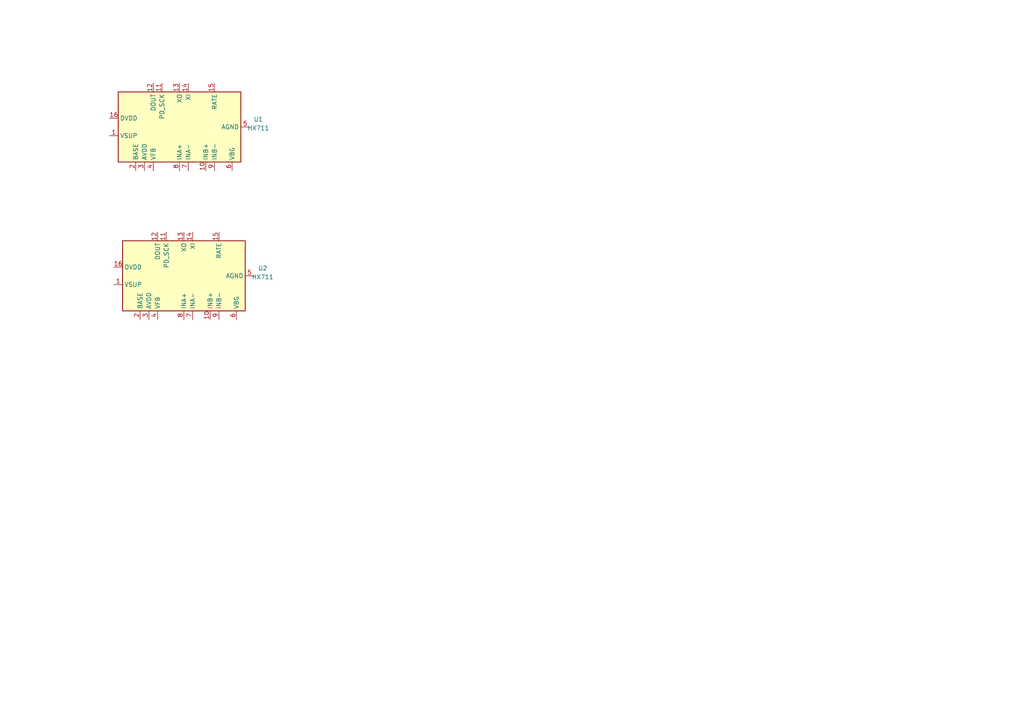
<source format=kicad_sch>
(kicad_sch (version 20230121) (generator eeschema)
  (paper "A4")
  (lib_symbols
    (symbol "Analog_ADC:HX711"
      (property "Reference" "U" (at 5.08 21.59 0))
      (property "Value" "HX711" (at 7.62 19.05 0))
      (symbol "HX711_0_1"
        (rectangle (start -10.16 17.78) (end 10.16 -17.78) (stroke (width 0.254)) (fill (type background)))
      )
      (symbol "HX711_1_1"
        (pin power_in line (at -2.54 20.32 270) (length 2.54) (name "VSUP") (number "1"))
        (pin input line (at -12.7 -7.62 0) (length 2.54) (name "INB+") (number "10"))
        (pin input line (at 12.7 5.08 180) (length 2.54) (name "PD_SCK") (number "11"))
        (pin output line (at 12.7 7.62 180) (length 2.54) (name "DOUT") (number "12"))
        (pin passive line (at 12.7 0 180) (length 2.54) (name "XO") (number "13"))
        (pin passive line (at 12.7 -2.54 180) (length 2.54) (name "XI") (number "14"))
        (pin input line (at 12.7 -10.16 180) (length 2.54) (name "RATE") (number "15"))
        (pin power_in line (at 2.54 20.32 270) (length 2.54) (name "DVDD") (number "16"))
        (pin passive line (at -12.7 12.7 0) (length 2.54) (name "BASE") (number "2"))
        (pin power_in line (at -12.7 10.16 0) (length 2.54) (name "AVDD") (number "3"))
        (pin input line (at -12.7 7.62 0) (length 2.54) (name "VFB") (number "4"))
        (pin power_in line (at 0 -20.32 90) (length 2.54) (name "AGND") (number "5"))
        (pin passive line (at -12.7 -15.24 0) (length 2.54) (name "VBG") (number "6"))
        (pin input line (at -12.7 -2.54 0) (length 2.54) (name "INA-") (number "7"))
        (pin input line (at -12.7 0 0) (length 2.54) (name "INA+") (number "8"))
        (pin input line (at -12.7 -10.16 0) (length 2.54) (name "INB-") (number "9"))
      )
    )
  )
  (symbol (lib_id "Analog_ADC:HX711") (at 52.07 36.83 90) (unit 1)
    (property "Reference" "U1" (at 74.93 34.6141 90))
    (property "Value" "HX711" (at 74.93 37.1541 90))
    (property "Footprint" "Package_SO:SOP-16_3.9x9.9mm_P1.27mm" (effects hide))
    (property "Datasheet" "https://cdn.sparkfun.com/datasheets/Sensors/ForceFlex/hx711_english.pdf" (effects hide))
  )
  (symbol (lib_id "Analog_ADC:HX711") (at 53.34 80.01 90) (unit 1)
    (property "Reference" "U2" (at 76.2 77.7941 90))
    (property "Value" "HX711" (at 76.2 80.3341 90))
    (property "Footprint" "Package_SO:SOP-16_3.9x9.9mm_P1.27mm" (effects hide))
    (property "Datasheet" "https://cdn.sparkfun.com/datasheets/Sensors/ForceFlex/hx711_english.pdf" (effects hide))
  )
)
</source>
